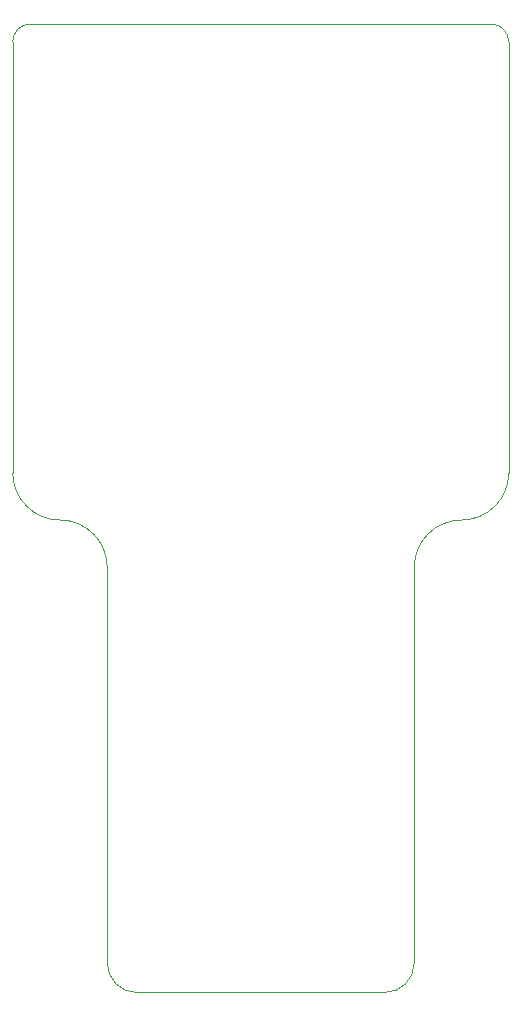
<source format=gm1>
G04 #@! TF.GenerationSoftware,KiCad,Pcbnew,8.99.0-unknown-e6b739776e~181~ubuntu24.04.1*
G04 #@! TF.CreationDate,2024-12-31T17:52:40+01:00*
G04 #@! TF.ProjectId,Spinne_Werkstatt,5370696e-6e65-45f5-9765-726b73746174,rev?*
G04 #@! TF.SameCoordinates,Original*
G04 #@! TF.FileFunction,Profile,NP*
%FSLAX46Y46*%
G04 Gerber Fmt 4.6, Leading zero omitted, Abs format (unit mm)*
G04 Created by KiCad (PCBNEW 8.99.0-unknown-e6b739776e~181~ubuntu24.04.1) date 2024-12-31 17:52:40*
%MOMM*%
%LPD*%
G01*
G04 APERTURE LIST*
G04 #@! TA.AperFunction,Profile*
%ADD10C,0.050000*%
G04 #@! TD*
G04 APERTURE END LIST*
D10*
X160500000Y-73500000D02*
X160500000Y-37000000D01*
X159000000Y-35500000D02*
G75*
G02*
X160500000Y-37000000I0J-1500000D01*
G01*
X126500000Y-81500000D02*
X126500000Y-114000000D01*
X118500000Y-37000000D02*
G75*
G02*
X120000000Y-35500000I1500000J0D01*
G01*
X160500000Y-73500000D02*
G75*
G02*
X156500000Y-77500000I-4000000J0D01*
G01*
X129000000Y-117500000D02*
G75*
G02*
X126500000Y-115000000I0J2500000D01*
G01*
X152500000Y-115000000D02*
G75*
G02*
X150000000Y-117500000I-2500000J0D01*
G01*
X152500000Y-81500000D02*
G75*
G02*
X156500000Y-77500000I4000000J0D01*
G01*
X129000000Y-117500000D02*
X150000000Y-117500000D01*
X122500000Y-77500000D02*
G75*
G02*
X126500000Y-81500000I0J-4000000D01*
G01*
X118500000Y-37000000D02*
X118500000Y-73500000D01*
X122500000Y-77500000D02*
G75*
G02*
X118500000Y-73500000I0J4000000D01*
G01*
X126500000Y-115000000D02*
X126500000Y-114000000D01*
X120000000Y-35500000D02*
X159000000Y-35500000D01*
X152500000Y-81500000D02*
X152500000Y-115000000D01*
M02*

</source>
